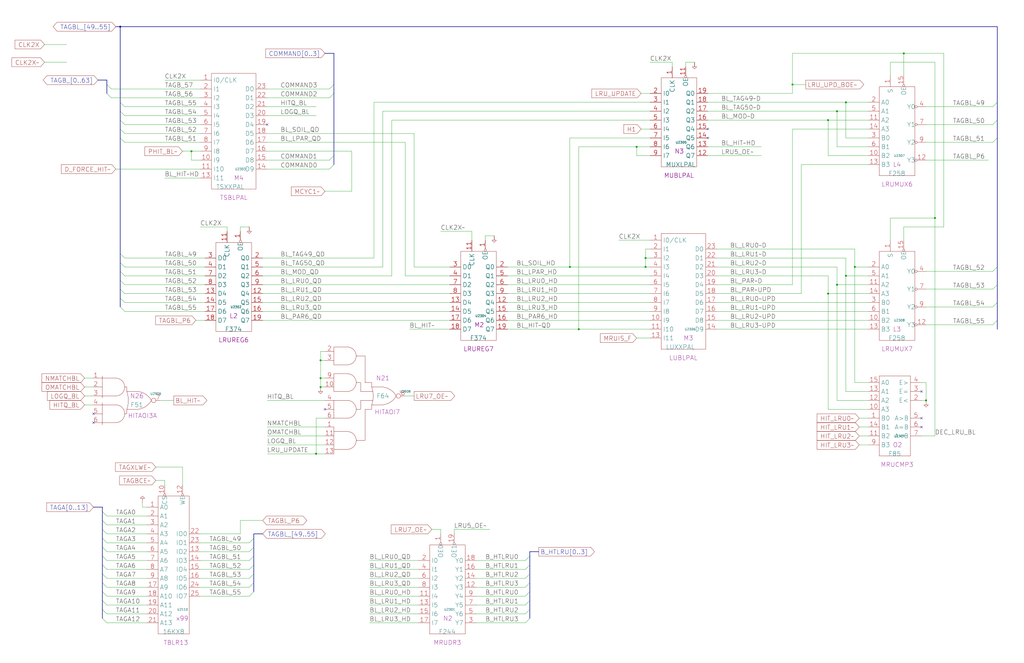
<source format=kicad_sch>
(kicad_sch (version 20230121) (generator eeschema)
  (paper "User" 584.2 378.46)
  (title_block (title "LRU LOGIC\\nPLANE B_LATE") (date "08-MAR-90") (rev "0.0") (comment 1 "MEM32 BOARD") (comment 2 "232-003066") (comment 3 "S400") (comment 4 "RELEASED"))
  (junction (at 330.2 187.96))
  (junction (at 368.3 147.32))
  (junction (at 533.4 124.46))
  (junction (at 325.12 152.4))
  (junction (at 182.88 205.74))
  (junction (at 477.52 162.56))
  (junction (at 180.34 259.08))
  (junction (at 472.44 68.58))
  (junction (at 477.52 63.5))
  (junction (at 68.58 15.24))
  (junction (at 482.6 58.42))
  (junction (at 368.3 152.4))
  (junction (at 472.44 167.64))
  (junction (at 487.68 152.4))
  (junction (at 182.88 220.98))
  (junction (at 182.88 215.9))
  (junction (at 363.22 83.82))
  (junction (at 515.62 30.48))
  (junction (at 109.22 86.36))
  (junction (at 482.6 157.48))
  (junction (at 452.12 48.26))
  (junction (at 528.32 228.6))
  (no_connect (at 152.4 71.12))
  (no_connect (at 403.86 73.66))
  (no_connect (at 403.86 78.74))
  (no_connect (at 53.34 236.22))
  (no_connect (at 525.78 223.52))
  (no_connect (at 53.34 241.3))
  (no_connect (at 525.78 243.84))
  (no_connect (at 525.78 238.76))
  (no_connect (at 185.42 233.68))
  (bus_entry (at 68.58 63.5) (size 2.54 2.54))
  (bus_entry (at 144.78 307.34) (size -2.54 2.54))
  (bus_entry (at 58.42 292.1) (size 2.54 2.54))
  (bus_entry (at 568.96 162.56) (size -2.54 2.54))
  (bus_entry (at 58.42 317.5) (size 2.54 2.54))
  (bus_entry (at 302.26 347.98) (size -2.54 2.54))
  (bus_entry (at 58.42 297.18) (size 2.54 2.54))
  (bus_entry (at 144.78 322.58) (size -2.54 2.54))
  (bus_entry (at 302.26 332.74) (size -2.54 2.54))
  (bus_entry (at 58.42 342.9) (size 2.54 2.54))
  (bus_entry (at 190.5 53.34) (size -2.54 2.54))
  (bus_entry (at 58.42 353.06) (size 2.54 2.54))
  (bus_entry (at 302.26 337.82) (size -2.54 2.54))
  (bus_entry (at 302.26 317.5) (size -2.54 2.54))
  (bus_entry (at 302.26 342.9) (size -2.54 2.54))
  (bus_entry (at 58.42 322.58) (size 2.54 2.54))
  (bus_entry (at 568.96 58.42) (size -2.54 2.54))
  (bus_entry (at 68.58 149.86) (size 2.54 2.54))
  (bus_entry (at 302.26 353.06) (size -2.54 2.54))
  (bus_entry (at 58.42 332.74) (size 2.54 2.54))
  (bus_entry (at 144.78 327.66) (size -2.54 2.54))
  (bus_entry (at 144.78 317.5) (size -2.54 2.54))
  (bus_entry (at 190.5 93.98) (size -2.54 2.54))
  (bus_entry (at 58.42 337.82) (size 2.54 2.54))
  (bus_entry (at 302.26 322.58) (size -2.54 2.54))
  (bus_entry (at 58.42 307.34) (size 2.54 2.54))
  (bus_entry (at 190.5 88.9) (size -2.54 2.54))
  (bus_entry (at 144.78 312.42) (size -2.54 2.54))
  (bus_entry (at 190.5 48.26) (size -2.54 2.54))
  (bus_entry (at 58.42 347.98) (size 2.54 2.54))
  (bus_entry (at 68.58 165.1) (size 2.54 2.54))
  (bus_entry (at 568.96 68.58) (size -2.54 2.54))
  (bus_entry (at 68.58 170.18) (size 2.54 2.54))
  (bus_entry (at 68.58 58.42) (size 2.54 2.54))
  (bus_entry (at 568.96 152.4) (size -2.54 2.54))
  (bus_entry (at 60.96 48.26) (size 2.54 2.54))
  (bus_entry (at 60.96 53.34) (size 2.54 2.54))
  (bus_entry (at 144.78 337.82) (size -2.54 2.54))
  (bus_entry (at 144.78 332.74) (size -2.54 2.54))
  (bus_entry (at 68.58 78.74) (size 2.54 2.54))
  (bus_entry (at 302.26 327.66) (size -2.54 2.54))
  (bus_entry (at 568.96 78.74) (size -2.54 2.54))
  (bus_entry (at 568.96 172.72) (size -2.54 2.54))
  (bus_entry (at 58.42 312.42) (size 2.54 2.54))
  (bus_entry (at 68.58 68.58) (size 2.54 2.54))
  (bus_entry (at 58.42 302.26) (size 2.54 2.54))
  (bus_entry (at 68.58 154.94) (size 2.54 2.54))
  (bus_entry (at 568.96 182.88) (size -2.54 2.54))
  (bus_entry (at 68.58 144.78) (size 2.54 2.54))
  (bus_entry (at 68.58 175.26) (size 2.54 2.54))
  (bus_entry (at 58.42 327.66) (size 2.54 2.54))
  (bus_entry (at 68.58 160.02) (size 2.54 2.54))
  (bus_entry (at 68.58 73.66) (size 2.54 2.54))
  (bus (pts (xy 60.96 48.26) (xy 60.96 45.72)))
  (wire (pts (xy 223.52 157.48) (xy 149.86 157.48)))
  (wire (pts (xy 368.3 147.32) (xy 368.3 152.4)))
  (wire (pts (xy 210.82 325.12) (xy 238.76 325.12)))
  (wire (pts (xy 403.86 63.5) (xy 477.52 63.5)))
  (wire (pts (xy 142.24 129.54) (xy 137.16 129.54)))
  (wire (pts (xy 185.42 109.22) (xy 200.66 109.22)))
  (wire (pts (xy 452.12 48.26) (xy 452.12 53.34)))
  (wire (pts (xy 109.22 91.44) (xy 109.22 86.36)))
  (bus (pts (xy 60.96 45.72) (xy 55.88 45.72)))
  (wire (pts (xy 149.86 152.4) (xy 218.44 152.4)))
  (wire (pts (xy 60.96 340.36) (xy 83.82 340.36)))
  (wire (pts (xy 477.52 228.6) (xy 495.3 228.6)))
  (wire (pts (xy 528.32 218.44) (xy 528.32 228.6)))
  (wire (pts (xy 325.12 152.4) (xy 325.12 78.74)))
  (wire (pts (xy 149.86 162.56) (xy 256.54 162.56)))
  (wire (pts (xy 330.2 187.96) (xy 370.84 187.96)))
  (wire (pts (xy 383.54 35.56) (xy 383.54 38.1)))
  (bus (pts (xy 68.58 170.18) (xy 68.58 175.26)))
  (wire (pts (xy 515.62 30.48) (xy 515.62 43.18)))
  (wire (pts (xy 88.9 266.7) (xy 104.14 266.7)))
  (wire (pts (xy 271.78 355.6) (xy 299.72 355.6)))
  (bus (pts (xy 58.42 289.56) (xy 58.42 292.1)))
  (wire (pts (xy 129.54 132.08) (xy 129.54 129.54)))
  (wire (pts (xy 48.26 226.06) (xy 53.34 226.06)))
  (wire (pts (xy 528.32 81.28) (xy 566.42 81.28)))
  (wire (pts (xy 408.94 167.64) (xy 457.2 167.64)))
  (wire (pts (xy 508 124.46) (xy 508 137.16)))
  (wire (pts (xy 218.44 63.5) (xy 370.84 63.5)))
  (wire (pts (xy 289.56 177.8) (xy 370.84 177.8)))
  (wire (pts (xy 472.44 233.68) (xy 472.44 167.64)))
  (wire (pts (xy 487.68 218.44) (xy 495.3 218.44)))
  (bus (pts (xy 185.42 30.48) (xy 190.5 30.48)))
  (wire (pts (xy 490.22 248.92) (xy 495.3 248.92)))
  (wire (pts (xy 508 35.56) (xy 508 43.18)))
  (wire (pts (xy 289.56 152.4) (xy 325.12 152.4)))
  (wire (pts (xy 408.94 142.24) (xy 487.68 142.24)))
  (wire (pts (xy 487.68 142.24) (xy 487.68 152.4)))
  (wire (pts (xy 114.3 325.12) (xy 142.24 325.12)))
  (bus (pts (xy 144.78 332.74) (xy 144.78 337.82)))
  (wire (pts (xy 210.82 335.28) (xy 238.76 335.28)))
  (bus (pts (xy 302.26 317.5) (xy 302.26 322.58)))
  (wire (pts (xy 472.44 68.58) (xy 495.3 68.58)))
  (wire (pts (xy 408.94 177.8) (xy 495.3 177.8)))
  (wire (pts (xy 365.76 73.66) (xy 370.84 73.66)))
  (wire (pts (xy 490.22 243.84) (xy 495.3 243.84)))
  (wire (pts (xy 200.66 109.22) (xy 200.66 86.36)))
  (wire (pts (xy 256.54 152.4) (xy 236.22 152.4)))
  (bus (pts (xy 68.58 63.5) (xy 68.58 68.58)))
  (wire (pts (xy 60.96 345.44) (xy 83.82 345.44)))
  (wire (pts (xy 477.52 83.82) (xy 495.3 83.82)))
  (wire (pts (xy 482.6 223.52) (xy 482.6 157.48)))
  (wire (pts (xy 515.62 30.48) (xy 452.12 30.48)))
  (wire (pts (xy 152.4 55.88) (xy 187.96 55.88)))
  (wire (pts (xy 152.4 66.04) (xy 180.34 66.04)))
  (wire (pts (xy 271.78 345.44) (xy 299.72 345.44)))
  (wire (pts (xy 533.4 248.92) (xy 533.4 124.46)))
  (wire (pts (xy 48.26 231.14) (xy 53.34 231.14)))
  (wire (pts (xy 114.3 91.44) (xy 109.22 91.44)))
  (wire (pts (xy 408.94 182.88) (xy 495.3 182.88)))
  (wire (pts (xy 259.08 302.26) (xy 259.08 304.8)))
  (wire (pts (xy 370.84 58.42) (xy 213.36 58.42)))
  (wire (pts (xy 353.06 137.16) (xy 370.84 137.16)))
  (wire (pts (xy 482.6 58.42) (xy 495.3 58.42)))
  (bus (pts (xy 58.42 332.74) (xy 58.42 337.82)))
  (bus (pts (xy 568.96 162.56) (xy 568.96 172.72)))
  (bus (pts (xy 190.5 88.9) (xy 190.5 93.98)))
  (bus (pts (xy 58.42 317.5) (xy 58.42 312.42)))
  (bus (pts (xy 568.96 68.58) (xy 568.96 78.74)))
  (wire (pts (xy 452.12 73.66) (xy 495.3 73.66)))
  (wire (pts (xy 213.36 147.32) (xy 149.86 147.32)))
  (wire (pts (xy 477.52 63.5) (xy 495.3 63.5)))
  (wire (pts (xy 60.96 304.8) (xy 83.82 304.8)))
  (wire (pts (xy 66.04 96.52) (xy 114.3 96.52)))
  (wire (pts (xy 472.44 167.64) (xy 495.3 167.64)))
  (wire (pts (xy 363.22 193.04) (xy 370.84 193.04)))
  (wire (pts (xy 370.84 68.58) (xy 223.52 68.58)))
  (bus (pts (xy 190.5 48.26) (xy 190.5 53.34)))
  (wire (pts (xy 25.4 25.4) (xy 38.1 25.4)))
  (wire (pts (xy 271.78 350.52) (xy 299.72 350.52)))
  (wire (pts (xy 271.78 320.04) (xy 299.72 320.04)))
  (wire (pts (xy 210.82 320.04) (xy 238.76 320.04)))
  (wire (pts (xy 182.88 215.9) (xy 185.42 215.9)))
  (wire (pts (xy 180.34 259.08) (xy 180.34 238.76)))
  (bus (pts (xy 144.78 322.58) (xy 144.78 327.66)))
  (bus (pts (xy 302.26 314.96) (xy 302.26 317.5)))
  (wire (pts (xy 60.96 320.04) (xy 83.82 320.04)))
  (wire (pts (xy 63.5 55.88) (xy 114.3 55.88)))
  (wire (pts (xy 71.12 167.64) (xy 116.84 167.64)))
  (wire (pts (xy 109.22 86.36) (xy 114.3 86.36)))
  (bus (pts (xy 58.42 322.58) (xy 58.42 317.5)))
  (wire (pts (xy 88.9 274.32) (xy 93.98 274.32)))
  (wire (pts (xy 365.76 53.34) (xy 370.84 53.34)))
  (wire (pts (xy 200.66 86.36) (xy 152.4 86.36)))
  (wire (pts (xy 152.4 50.8) (xy 187.96 50.8)))
  (wire (pts (xy 71.12 172.72) (xy 116.84 172.72)))
  (wire (pts (xy 71.12 76.2) (xy 114.3 76.2)))
  (wire (pts (xy 218.44 152.4) (xy 218.44 63.5)))
  (bus (pts (xy 68.58 149.86) (xy 68.58 154.94)))
  (wire (pts (xy 236.22 76.2) (xy 152.4 76.2)))
  (wire (pts (xy 528.32 165.1) (xy 566.42 165.1)))
  (wire (pts (xy 60.96 350.52) (xy 83.82 350.52)))
  (wire (pts (xy 91.44 228.6) (xy 99.06 228.6)))
  (wire (pts (xy 271.78 335.28) (xy 299.72 335.28)))
  (wire (pts (xy 71.12 147.32) (xy 116.84 147.32)))
  (wire (pts (xy 246.38 302.26) (xy 251.46 302.26)))
  (wire (pts (xy 60.96 325.12) (xy 83.82 325.12)))
  (wire (pts (xy 71.12 162.56) (xy 116.84 162.56)))
  (wire (pts (xy 289.56 187.96) (xy 330.2 187.96)))
  (wire (pts (xy 251.46 132.08) (xy 269.24 132.08)))
  (wire (pts (xy 223.52 68.58) (xy 223.52 157.48)))
  (bus (pts (xy 58.42 347.98) (xy 58.42 342.9)))
  (bus (pts (xy 144.78 312.42) (xy 144.78 317.5)))
  (wire (pts (xy 152.4 259.08) (xy 180.34 259.08)))
  (wire (pts (xy 495.3 88.9) (xy 472.44 88.9)))
  (wire (pts (xy 289.56 172.72) (xy 370.84 172.72)))
  (wire (pts (xy 48.26 220.98) (xy 53.34 220.98)))
  (bus (pts (xy 68.58 78.74) (xy 68.58 144.78)))
  (wire (pts (xy 515.62 129.54) (xy 538.48 129.54)))
  (wire (pts (xy 289.56 167.64) (xy 370.84 167.64)))
  (wire (pts (xy 391.16 35.56) (xy 396.24 35.56)))
  (wire (pts (xy 477.52 152.4) (xy 477.52 162.56)))
  (wire (pts (xy 276.86 134.62) (xy 276.86 137.16)))
  (wire (pts (xy 111.76 182.88) (xy 116.84 182.88)))
  (wire (pts (xy 482.6 147.32) (xy 408.94 147.32)))
  (wire (pts (xy 477.52 162.56) (xy 477.52 228.6)))
  (wire (pts (xy 210.82 330.2) (xy 238.76 330.2)))
  (wire (pts (xy 368.3 142.24) (xy 368.3 147.32)))
  (bus (pts (xy 58.42 347.98) (xy 58.42 353.06)))
  (wire (pts (xy 231.14 226.06) (xy 236.22 226.06)))
  (wire (pts (xy 325.12 152.4) (xy 368.3 152.4)))
  (wire (pts (xy 370.84 142.24) (xy 368.3 142.24)))
  (bus (pts (xy 58.42 327.66) (xy 58.42 332.74)))
  (bus (pts (xy 58.42 327.66) (xy 58.42 322.58)))
  (bus (pts (xy 568.96 172.72) (xy 568.96 182.88)))
  (wire (pts (xy 210.82 340.36) (xy 238.76 340.36)))
  (bus (pts (xy 53.34 289.56) (xy 58.42 289.56)))
  (bus (pts (xy 60.96 53.34) (xy 60.96 48.26)))
  (bus (pts (xy 568.96 58.42) (xy 568.96 68.58)))
  (wire (pts (xy 152.4 96.52) (xy 187.96 96.52)))
  (wire (pts (xy 81.28 289.56) (xy 81.28 287.02)))
  (wire (pts (xy 525.78 248.92) (xy 533.4 248.92)))
  (wire (pts (xy 508 35.56) (xy 533.4 35.56)))
  (wire (pts (xy 528.32 185.42) (xy 566.42 185.42)))
  (wire (pts (xy 403.86 68.58) (xy 472.44 68.58)))
  (wire (pts (xy 71.12 157.48) (xy 116.84 157.48)))
  (wire (pts (xy 528.32 175.26) (xy 566.42 175.26)))
  (wire (pts (xy 129.54 129.54) (xy 114.3 129.54)))
  (wire (pts (xy 525.78 218.44) (xy 528.32 218.44)))
  (wire (pts (xy 363.22 88.9) (xy 363.22 83.82)))
  (bus (pts (xy 302.26 337.82) (xy 302.26 342.9)))
  (wire (pts (xy 71.12 66.04) (xy 114.3 66.04)))
  (wire (pts (xy 93.98 45.72) (xy 114.3 45.72)))
  (wire (pts (xy 60.96 335.28) (xy 83.82 335.28)))
  (wire (pts (xy 152.4 254) (xy 185.42 254)))
  (wire (pts (xy 408.94 152.4) (xy 477.52 152.4)))
  (bus (pts (xy 568.96 15.24) (xy 568.96 58.42)))
  (wire (pts (xy 495.3 78.74) (xy 482.6 78.74)))
  (wire (pts (xy 137.16 129.54) (xy 137.16 132.08)))
  (wire (pts (xy 71.12 177.8) (xy 116.84 177.8)))
  (wire (pts (xy 495.3 233.68) (xy 472.44 233.68)))
  (bus (pts (xy 58.42 312.42) (xy 58.42 307.34)))
  (wire (pts (xy 210.82 345.44) (xy 238.76 345.44)))
  (wire (pts (xy 528.32 60.96) (xy 566.42 60.96)))
  (wire (pts (xy 104.14 86.36) (xy 109.22 86.36)))
  (wire (pts (xy 251.46 302.26) (xy 251.46 304.8)))
  (wire (pts (xy 408.94 187.96) (xy 495.3 187.96)))
  (bus (pts (xy 58.42 337.82) (xy 58.42 342.9)))
  (wire (pts (xy 149.86 182.88) (xy 256.54 182.88)))
  (wire (pts (xy 137.16 297.18) (xy 137.16 304.8)))
  (wire (pts (xy 231.14 81.28) (xy 152.4 81.28)))
  (wire (pts (xy 83.82 289.56) (xy 81.28 289.56)))
  (wire (pts (xy 114.3 304.8) (xy 137.16 304.8)))
  (wire (pts (xy 152.4 248.92) (xy 185.42 248.92)))
  (wire (pts (xy 60.96 309.88) (xy 83.82 309.88)))
  (wire (pts (xy 528.32 91.44) (xy 563.88 91.44)))
  (bus (pts (xy 68.58 154.94) (xy 68.58 160.02)))
  (wire (pts (xy 236.22 152.4) (xy 236.22 76.2)))
  (wire (pts (xy 114.3 309.88) (xy 142.24 309.88)))
  (bus (pts (xy 190.5 30.48) (xy 190.5 48.26)))
  (wire (pts (xy 25.4 35.56) (xy 38.1 35.56)))
  (wire (pts (xy 482.6 78.74) (xy 482.6 58.42)))
  (wire (pts (xy 182.88 220.98) (xy 185.42 220.98)))
  (wire (pts (xy 330.2 187.96) (xy 330.2 83.82)))
  (wire (pts (xy 93.98 101.6) (xy 114.3 101.6)))
  (wire (pts (xy 452.12 162.56) (xy 452.12 73.66)))
  (bus (pts (xy 302.26 347.98) (xy 302.26 353.06)))
  (wire (pts (xy 271.78 340.36) (xy 299.72 340.36)))
  (wire (pts (xy 71.12 71.12) (xy 114.3 71.12)))
  (wire (pts (xy 533.4 124.46) (xy 508 124.46)))
  (bus (pts (xy 68.58 73.66) (xy 68.58 78.74)))
  (wire (pts (xy 528.32 154.94) (xy 566.42 154.94)))
  (wire (pts (xy 538.48 30.48) (xy 515.62 30.48)))
  (wire (pts (xy 370.84 88.9) (xy 363.22 88.9)))
  (bus (pts (xy 66.04 15.24) (xy 68.58 15.24)))
  (wire (pts (xy 259.08 302.26) (xy 279.4 302.26)))
  (wire (pts (xy 182.88 215.9) (xy 182.88 220.98)))
  (bus (pts (xy 68.58 15.24) (xy 568.96 15.24)))
  (bus (pts (xy 68.58 15.24) (xy 68.58 58.42)))
  (wire (pts (xy 180.34 238.76) (xy 185.42 238.76)))
  (wire (pts (xy 149.86 167.64) (xy 256.54 167.64)))
  (wire (pts (xy 533.4 35.56) (xy 533.4 124.46)))
  (wire (pts (xy 289.56 162.56) (xy 370.84 162.56)))
  (bus (pts (xy 144.78 327.66) (xy 144.78 332.74)))
  (wire (pts (xy 149.86 177.8) (xy 256.54 177.8)))
  (wire (pts (xy 271.78 330.2) (xy 299.72 330.2)))
  (wire (pts (xy 71.12 81.28) (xy 114.3 81.28)))
  (wire (pts (xy 487.68 152.4) (xy 495.3 152.4)))
  (wire (pts (xy 289.56 182.88) (xy 370.84 182.88)))
  (wire (pts (xy 477.52 63.5) (xy 477.52 83.82)))
  (wire (pts (xy 515.62 137.16) (xy 515.62 129.54)))
  (bus (pts (xy 568.96 78.74) (xy 568.96 152.4)))
  (wire (pts (xy 538.48 129.54) (xy 538.48 30.48)))
  (bus (pts (xy 68.58 160.02) (xy 68.58 165.1)))
  (wire (pts (xy 93.98 274.32) (xy 93.98 276.86)))
  (wire (pts (xy 256.54 157.48) (xy 231.14 157.48)))
  (bus (pts (xy 58.42 307.34) (xy 58.42 302.26)))
  (wire (pts (xy 482.6 157.48) (xy 482.6 147.32)))
  (bus (pts (xy 568.96 182.88) (xy 568.96 187.96)))
  (bus (pts (xy 144.78 307.34) (xy 144.78 312.42)))
  (wire (pts (xy 391.16 35.56) (xy 391.16 38.1)))
  (wire (pts (xy 325.12 78.74) (xy 370.84 78.74)))
  (wire (pts (xy 104.14 266.7) (xy 104.14 276.86)))
  (wire (pts (xy 477.52 162.56) (xy 495.3 162.56)))
  (wire (pts (xy 487.68 152.4) (xy 487.68 218.44)))
  (wire (pts (xy 452.12 30.48) (xy 452.12 48.26)))
  (wire (pts (xy 60.96 355.6) (xy 83.82 355.6)))
  (wire (pts (xy 408.94 172.72) (xy 495.3 172.72)))
  (wire (pts (xy 114.3 330.2) (xy 142.24 330.2)))
  (wire (pts (xy 48.26 215.9) (xy 53.34 215.9)))
  (wire (pts (xy 60.96 314.96) (xy 83.82 314.96)))
  (bus (pts (xy 68.58 68.58) (xy 68.58 73.66)))
  (wire (pts (xy 403.86 53.34) (xy 452.12 53.34)))
  (wire (pts (xy 403.86 88.9) (xy 434.34 88.9)))
  (wire (pts (xy 60.96 330.2) (xy 83.82 330.2)))
  (wire (pts (xy 180.34 259.08) (xy 185.42 259.08)))
  (bus (pts (xy 302.26 332.74) (xy 302.26 337.82)))
  (wire (pts (xy 525.78 228.6) (xy 528.32 228.6)))
  (wire (pts (xy 408.94 162.56) (xy 452.12 162.56)))
  (wire (pts (xy 452.12 48.26) (xy 459.74 48.26)))
  (wire (pts (xy 210.82 350.52) (xy 238.76 350.52)))
  (wire (pts (xy 528.32 71.12) (xy 566.42 71.12)))
  (wire (pts (xy 185.42 200.66) (xy 182.88 200.66)))
  (wire (pts (xy 210.82 355.6) (xy 238.76 355.6)))
  (wire (pts (xy 368.3 152.4) (xy 370.84 152.4)))
  (wire (pts (xy 281.94 134.62) (xy 276.86 134.62)))
  (wire (pts (xy 482.6 157.48) (xy 495.3 157.48)))
  (bus (pts (xy 68.58 165.1) (xy 68.58 170.18)))
  (wire (pts (xy 114.3 320.04) (xy 142.24 320.04)))
  (wire (pts (xy 490.22 254) (xy 495.3 254)))
  (wire (pts (xy 457.2 93.98) (xy 495.3 93.98)))
  (wire (pts (xy 457.2 167.64) (xy 457.2 93.98)))
  (wire (pts (xy 403.86 58.42) (xy 482.6 58.42)))
  (wire (pts (xy 114.3 335.28) (xy 142.24 335.28)))
  (wire (pts (xy 60.96 294.64) (xy 83.82 294.64)))
  (wire (pts (xy 368.3 147.32) (xy 370.84 147.32)))
  (bus (pts (xy 144.78 304.8) (xy 144.78 307.34)))
  (bus (pts (xy 144.78 317.5) (xy 144.78 322.58)))
  (wire (pts (xy 182.88 205.74) (xy 185.42 205.74)))
  (wire (pts (xy 71.12 152.4) (xy 116.84 152.4)))
  (wire (pts (xy 152.4 60.96) (xy 180.34 60.96)))
  (wire (pts (xy 289.56 157.48) (xy 370.84 157.48)))
  (wire (pts (xy 114.3 340.36) (xy 142.24 340.36)))
  (wire (pts (xy 60.96 299.72) (xy 83.82 299.72)))
  (bus (pts (xy 568.96 152.4) (xy 568.96 162.56)))
  (bus (pts (xy 302.26 327.66) (xy 302.26 332.74)))
  (wire (pts (xy 149.86 297.18) (xy 137.16 297.18)))
  (bus (pts (xy 58.42 292.1) (xy 58.42 297.18)))
  (bus (pts (xy 149.86 304.8) (xy 144.78 304.8)))
  (wire (pts (xy 213.36 58.42) (xy 213.36 147.32)))
  (wire (pts (xy 152.4 228.6) (xy 185.42 228.6)))
  (wire (pts (xy 363.22 83.82) (xy 370.84 83.82)))
  (bus (pts (xy 302.26 314.96) (xy 307.34 314.96)))
  (wire (pts (xy 472.44 167.64) (xy 472.44 157.48)))
  (wire (pts (xy 472.44 88.9) (xy 472.44 68.58)))
  (wire (pts (xy 271.78 325.12) (xy 299.72 325.12)))
  (bus (pts (xy 302.26 342.9) (xy 302.26 347.98)))
  (wire (pts (xy 330.2 83.82) (xy 363.22 83.82)))
  (wire (pts (xy 403.86 83.82) (xy 434.34 83.82)))
  (wire (pts (xy 114.3 314.96) (xy 142.24 314.96)))
  (bus (pts (xy 58.42 302.26) (xy 58.42 297.18)))
  (wire (pts (xy 182.88 205.74) (xy 182.88 215.9)))
  (wire (pts (xy 472.44 157.48) (xy 408.94 157.48)))
  (bus (pts (xy 190.5 53.34) (xy 190.5 88.9)))
  (wire (pts (xy 269.24 132.08) (xy 269.24 137.16)))
  (wire (pts (xy 231.14 157.48) (xy 231.14 81.28)))
  (wire (pts (xy 152.4 243.84) (xy 185.42 243.84)))
  (wire (pts (xy 495.3 223.52) (xy 482.6 223.52)))
  (wire (pts (xy 152.4 91.44) (xy 187.96 91.44)))
  (bus (pts (xy 68.58 58.42) (xy 68.58 63.5)))
  (bus (pts (xy 68.58 144.78) (xy 68.58 149.86)))
  (wire (pts (xy 63.5 50.8) (xy 114.3 50.8)))
  (wire (pts (xy 370.84 35.56) (xy 383.54 35.56)))
  (bus (pts (xy 302.26 322.58) (xy 302.26 327.66)))
  (wire (pts (xy 490.22 238.76) (xy 495.3 238.76)))
  (wire (pts (xy 71.12 60.96) (xy 114.3 60.96)))
  (wire (pts (xy 149.86 172.72) (xy 256.54 172.72)))
  (wire (pts (xy 182.88 200.66) (xy 182.88 205.74)))
  (wire (pts (xy 233.68 187.96) (xy 256.54 187.96)))
  (label "CLK2X~" (at 251.46 132.08 0) (effects (font (size 2.54 2.54))))
  (label "TAGA10" (at 66.04 345.44 0) (effects (font (size 2.54 2.54))))
  (label "DEC_LRU_BL" (at 533.4 248.92 0) (effects (font (size 2.54 2.54))))
  (label "TAGBL_50" (at 93.98 152.4 0) (effects (font (size 2.54 2.54))))
  (label "TAGBL_55" (at 119.38 340.36 0) (effects (font (size 2.54 2.54))))
  (label "B_HTLRU2" (at 276.86 330.2 0) (effects (font (size 2.54 2.54))))
  (label "LRU_UPDATE" (at 152.4 259.08 0) (effects (font (size 2.54 2.54))))
  (label "BL_LRU2_HD" (at 294.64 172.72 0) (effects (font (size 2.54 2.54))))
  (label "TAGA11" (at 66.04 350.52 0) (effects (font (size 2.54 2.54))))
  (label "TAGA2" (at 66.04 304.8 0) (effects (font (size 2.54 2.54))))
  (label "BL_HIT~HD" (at 93.98 101.6 0) (effects (font (size 2.54 2.54))))
  (label "BL_TAG49~D" (at 411.48 58.42 0) (effects (font (size 2.54 2.54))))
  (label "COMMAND3" (at 160.02 50.8 0) (effects (font (size 2.54 2.54))))
  (label "TAGBL_54" (at 93.98 66.04 0) (effects (font (size 2.54 2.54))))
  (label "BL_PAR~D" (at 416.56 162.56 0) (effects (font (size 2.54 2.54))))
  (label "TAGBL_53" (at 93.98 71.12 0) (effects (font (size 2.54 2.54))))
  (label "BL_TAG50~D" (at 411.48 63.5 0) (effects (font (size 2.54 2.54))))
  (label "LRU5_OE~" (at 259.08 302.26 0) (effects (font (size 2.54 2.54))))
  (label "BL_LRU1_QD" (at 160.02 167.64 0) (effects (font (size 2.54 2.54))))
  (label "TAGBL_50" (at 119.38 314.96 0) (effects (font (size 2.54 2.54))))
  (label "TAGBL_51" (at 93.98 157.48 0) (effects (font (size 2.54 2.54))))
  (label "BL_PAR~UPD" (at 416.56 167.64 0) (effects (font (size 2.54 2.54))))
  (label "TAGBL_53" (at 119.38 330.2 0) (effects (font (size 2.54 2.54))))
  (label "B_HTLRU1" (at 276.86 345.44 0) (effects (font (size 2.54 2.54))))
  (label "BL_LRU3_HD" (at 294.64 177.8 0) (effects (font (size 2.54 2.54))))
  (label "TAGA6" (at 66.04 325.12 0) (effects (font (size 2.54 2.54))))
  (label "TAGBL_52" (at 119.38 325.12 0) (effects (font (size 2.54 2.54))))
  (label "TAGA8" (at 66.04 335.28 0) (effects (font (size 2.54 2.54))))
  (label "BL_HIT~HD" (at 411.48 83.82 0) (effects (font (size 2.54 2.54))))
  (label "BL_SOIL_HD" (at 294.64 152.4 0) (effects (font (size 2.54 2.54))))
  (label "BL_TAG50_QD" (at 160.02 152.4 0) (effects (font (size 2.54 2.54))))
  (label "BL_LRU3_HD" (at 210.82 355.6 0) (effects (font (size 2.54 2.54))))
  (label "COMMAND0" (at 160.02 96.52 0) (effects (font (size 2.54 2.54))))
  (label "HITQ_BL" (at 152.4 228.6 0) (effects (font (size 2.54 2.54))))
  (label "BL_LRU0_HD" (at 294.64 162.56 0) (effects (font (size 2.54 2.54))))
  (label "BL_PAR6_QD" (at 160.02 182.88 0) (effects (font (size 2.54 2.54))))
  (label "LOGQ_BL" (at 160.02 66.04 0) (effects (font (size 2.54 2.54))))
  (label "BL_LRU2_QD" (at 210.82 330.2 0) (effects (font (size 2.54 2.54))))
  (label "TAGA1" (at 66.04 299.72 0) (effects (font (size 2.54 2.54))))
  (label "TAGA7" (at 66.04 330.2 0) (effects (font (size 2.54 2.54))))
  (label "BL_LRU1_HD" (at 294.64 167.64 0) (effects (font (size 2.54 2.54))))
  (label "BL_LRU2~UPD" (at 416.56 182.88 0) (effects (font (size 2.54 2.54))))
  (label "BL_LRU0_QD" (at 160.02 162.56 0) (effects (font (size 2.54 2.54))))
  (label "TAGBL_55" (at 543.56 185.42 0) (effects (font (size 2.54 2.54))))
  (label "BL_LRU1_HD" (at 210.82 345.44 0) (effects (font (size 2.54 2.54))))
  (label "TAGBL_52" (at 93.98 76.2 0) (effects (font (size 2.54 2.54))))
  (label "TAGBL_49" (at 119.38 309.88 0) (effects (font (size 2.54 2.54))))
  (label "B_HTLRU0" (at 276.86 320.04 0) (effects (font (size 2.54 2.54))))
  (label "BL_MOD~D" (at 411.48 68.58 0) (effects (font (size 2.54 2.54))))
  (label "BL_LRU0_HD" (at 210.82 340.36 0) (effects (font (size 2.54 2.54))))
  (label "TAGBL_54" (at 119.38 335.28 0) (effects (font (size 2.54 2.54))))
  (label "BL_LRU0_QD" (at 210.82 320.04 0) (effects (font (size 2.54 2.54))))
  (label "NMATCHBL" (at 152.4 243.84 0) (effects (font (size 2.54 2.54))))
  (label "TAGBL_P6" (at 543.56 91.44 0) (effects (font (size 2.54 2.54))))
  (label "TAGA3" (at 66.04 309.88 0) (effects (font (size 2.54 2.54))))
  (label "BL_LPAR_QD" (at 160.02 81.28 0) (effects (font (size 2.54 2.54))))
  (label "BL_LRU3~D" (at 416.56 157.48 0) (effects (font (size 2.54 2.54))))
  (label "TAGBL_55" (at 93.98 60.96 0) (effects (font (size 2.54 2.54))))
  (label "CLK2X" (at 353.06 137.16 0) (effects (font (size 2.54 2.54))))
  (label "TAGBL_52" (at 93.98 162.56 0) (effects (font (size 2.54 2.54))))
  (label "BL_LRU2_HD" (at 210.82 350.52 0) (effects (font (size 2.54 2.54))))
  (label "TAGA0" (at 66.04 294.64 0) (effects (font (size 2.54 2.54))))
  (label "B_HTLRU2" (at 276.86 350.52 0) (effects (font (size 2.54 2.54))))
  (label "TAGBL_51" (at 543.56 81.28 0) (effects (font (size 2.54 2.54))))
  (label "LRU5_OE~" (at 411.48 88.9 0) (effects (font (size 2.54 2.54))))
  (label "OMATCHBL" (at 152.4 248.92 0) (effects (font (size 2.54 2.54))))
  (label "TAGBL_53" (at 543.56 165.1 0) (effects (font (size 2.54 2.54))))
  (label "TAGA9" (at 66.04 340.36 0) (effects (font (size 2.54 2.54))))
  (label "BL_LRU1_QD" (at 210.82 325.12 0) (effects (font (size 2.54 2.54))))
  (label "BL_LRU2_QD" (at 160.02 172.72 0) (effects (font (size 2.54 2.54))))
  (label "TAGBL_51" (at 119.38 320.04 0) (effects (font (size 2.54 2.54))))
  (label "COMMAND1" (at 160.02 91.44 0) (effects (font (size 2.54 2.54))))
  (label "TAGBL_54" (at 93.98 172.72 0) (effects (font (size 2.54 2.54))))
  (label "BL_SOIL_QD" (at 160.02 76.2 0) (effects (font (size 2.54 2.54))))
  (label "TAGBL_49" (at 543.56 60.96 0) (effects (font (size 2.54 2.54))))
  (label "BL_LPAR_HD" (at 294.64 157.48 0) (effects (font (size 2.54 2.54))))
  (label "TAGA5" (at 66.04 320.04 0) (effects (font (size 2.54 2.54))))
  (label "BL_PAR6_HD" (at 294.64 182.88 0) (effects (font (size 2.54 2.54))))
  (label "COMMAND2" (at 160.02 55.88 0) (effects (font (size 2.54 2.54))))
  (label "B_HTLRU0" (at 276.86 340.36 0) (effects (font (size 2.54 2.54))))
  (label "B_HTLRU3" (at 276.86 335.28 0) (effects (font (size 2.54 2.54))))
  (label "CLK2X" (at 370.84 35.56 0) (effects (font (size 2.54 2.54))))
  (label "TAGA4" (at 66.04 314.96 0) (effects (font (size 2.54 2.54))))
  (label "TAGBL_50" (at 543.56 71.12 0) (effects (font (size 2.54 2.54))))
  (label "BL_LRU3~UPD" (at 416.56 187.96 0) (effects (font (size 2.54 2.54))))
  (label "BL_HIT~QD" (at 294.64 187.96 0) (effects (font (size 2.54 2.54))))
  (label "BL_LRU1~D" (at 416.56 147.32 0) (effects (font (size 2.54 2.54))))
  (label "HITQ_BL" (at 160.02 60.96 0) (effects (font (size 2.54 2.54))))
  (label "TAGBL_53" (at 93.98 167.64 0) (effects (font (size 2.54 2.54))))
  (label "TAGBL_54" (at 543.56 175.26 0) (effects (font (size 2.54 2.54))))
  (label "TAGBL_49" (at 93.98 147.32 0) (effects (font (size 2.54 2.54))))
  (label "BL_TAG49_QD" (at 160.02 147.32 0) (effects (font (size 2.54 2.54))))
  (label "BL_LRU0~UPD" (at 416.56 172.72 0) (effects (font (size 2.54 2.54))))
  (label "B_HTLRU3" (at 276.86 355.6 0) (effects (font (size 2.54 2.54))))
  (label "TAGB_56" (at 93.98 55.88 0) (effects (font (size 2.54 2.54))))
  (label "BL_LRU2~D" (at 416.56 152.4 0) (effects (font (size 2.54 2.54))))
  (label "CLK2X" (at 93.98 45.72 0) (effects (font (size 2.54 2.54))))
  (label "LOGQ_BL" (at 152.4 254 0) (effects (font (size 2.54 2.54))))
  (label "B_HTLRU1" (at 276.86 325.12 0) (effects (font (size 2.54 2.54))))
  (label "TAGB_57" (at 93.98 50.8 0) (effects (font (size 2.54 2.54))))
  (label "BL_LRU3_QD" (at 210.82 335.28 0) (effects (font (size 2.54 2.54))))
  (label "CLK2X" (at 114.3 129.54 0) (effects (font (size 2.54 2.54))))
  (label "BL_HIT~" (at 233.68 187.96 0) (effects (font (size 2.54 2.54))))
  (label "TAGBL_52" (at 543.56 154.94 0) (effects (font (size 2.54 2.54))))
  (label "BL_LRU3_QD" (at 160.02 177.8 0) (effects (font (size 2.54 2.54))))
  (label "TAGBL_55" (at 93.98 177.8 0) (effects (font (size 2.54 2.54))))
  (label "BL_LRU1~UPD" (at 416.56 177.8 0) (effects (font (size 2.54 2.54))))
  (label "BL_MOD_QD" (at 160.02 157.48 0) (effects (font (size 2.54 2.54))))
  (label "BL_LRU0~D" (at 416.56 142.24 0) (effects (font (size 2.54 2.54))))
  (label "TAGA12" (at 66.04 355.6 0) (effects (font (size 2.54 2.54))))
  (label "TAGBL_51" (at 93.98 81.28 0) (effects (font (size 2.54 2.54))))
  (global_label "LRU7_OE~" (shape output) (at 236.22 226.06 0) (effects (font (size 2.54 2.54))) (property "Intersheetrefs" "${INTERSHEET_REFS}" (at 259.4308 225.9013 0) (effects (font (size 1.905 1.905)) (justify left))))
  (global_label "TAGXLWE~" (shape input) (at 88.9 266.7 180) (effects (font (size 2.54 2.54))) (property "Intersheetrefs" "${INTERSHEET_REFS}" (at 65.9311 266.5413 0) (effects (font (size 1.905 1.905)) (justify right))))
  (global_label "COMMAND[0..3]" (shape input) (at 185.42 30.48 180) (effects (font (size 2.54 2.54))) (property "Intersheetrefs" "${INTERSHEET_REFS}" (at 151.5654 30.3213 0) (effects (font (size 1.905 1.905)) (justify right))))
  (global_label "D_FORCE_HIT~" (shape input) (at 66.04 96.52 180) (effects (font (size 2.54 2.54))) (property "Intersheetrefs" "${INTERSHEET_REFS}" (at 34.9673 96.3613 0) (effects (font (size 1.905 1.905)) (justify right))))
  (global_label "HIT_LRU2~" (shape input) (at 490.22 248.92 180) (effects (font (size 2.54 2.54))) (property "Intersheetrefs" "${INTERSHEET_REFS}" (at 466.1626 248.7613 0) (effects (font (size 1.905 1.905)) (justify right))))
  (global_label "TAGBCE~" (shape input) (at 88.9 274.32 180) (effects (font (size 2.54 2.54))) (property "Intersheetrefs" "${INTERSHEET_REFS}" (at 66.173 274.1613 0) (effects (font (size 1.905 1.905)) (justify right))))
  (global_label "LRU_UPD_BOE~" (shape output) (at 459.74 48.26 0) (effects (font (size 2.54 2.54))) (property "Intersheetrefs" "${INTERSHEET_REFS}" (at 492.7479 48.1013 0) (effects (font (size 1.905 1.905)) (justify left))))
  (global_label "TAGBL_P6" (shape input) (at 111.76 182.88 180) (effects (font (size 2.54 2.54))) (property "Intersheetrefs" "${INTERSHEET_REFS}" (at 88.7911 182.7213 0) (effects (font (size 1.905 1.905)) (justify right))))
  (global_label "TAGA[0..13]" (shape input) (at 53.34 289.56 180) (effects (font (size 2.54 2.54))) (property "Intersheetrefs" "${INTERSHEET_REFS}" (at 25.9551 289.56 0) (effects (font (size 1.905 1.905)) (justify right))))
  (global_label "HIT_LRU0~" (shape input) (at 490.22 238.76 180) (effects (font (size 2.54 2.54))) (property "Intersheetrefs" "${INTERSHEET_REFS}" (at 466.1626 238.6013 0) (effects (font (size 1.905 1.905)) (justify right))))
  (global_label "CLK2X~" (shape input) (at 25.4 35.56 180) (effects (font (size 2.54 2.54))) (property "Intersheetrefs" "${INTERSHEET_REFS}" (at 1.8264 35.4013 0) (effects (font (size 1.905 1.905)) (justify right))))
  (global_label "LOGQ_BL" (shape input) (at 48.26 226.06 180) (effects (font (size 2.54 2.54))) (property "Intersheetrefs" "${INTERSHEET_REFS}" (at 26.9845 225.9013 0) (effects (font (size 1.905 1.905)) (justify right))))
  (global_label "LRU7_OE~" (shape input) (at 246.38 302.26 180) (effects (font (size 2.54 2.54))) (property "Intersheetrefs" "${INTERSHEET_REFS}" (at 223.1692 302.1013 0) (effects (font (size 1.905 1.905)) (justify right))))
  (global_label "HIT_LRU3~" (shape input) (at 490.22 254 180) (effects (font (size 2.54 2.54))) (property "Intersheetrefs" "${INTERSHEET_REFS}" (at 466.1626 253.8413 0) (effects (font (size 1.905 1.905)) (justify right))))
  (global_label "NMATCHBL" (shape input) (at 48.26 215.9 180) (effects (font (size 2.54 2.54))) (property "Intersheetrefs" "${INTERSHEET_REFS}" (at 23.9607 215.7413 0) (effects (font (size 1.905 1.905)) (justify right))))
  (global_label "HIT_LRU1~" (shape input) (at 490.22 243.84 180) (effects (font (size 2.54 2.54))) (property "Intersheetrefs" "${INTERSHEET_REFS}" (at 466.1626 243.6813 0) (effects (font (size 1.905 1.905)) (justify right))))
  (global_label "OMATCHBL" (shape input) (at 48.26 220.98 180) (effects (font (size 2.54 2.54))) (property "Intersheetrefs" "${INTERSHEET_REFS}" (at 23.9607 220.8213 0) (effects (font (size 1.905 1.905)) (justify right))))
  (global_label "TAGB_[0..63]" (shape bidirectional) (at 55.88 45.72 180) (effects (font (size 2.54 2.54))) (property "Intersheetrefs" "${INTERSHEET_REFS}" (at 27.2264 45.5613 0) (effects (font (size 1.905 1.905)) (justify right))))
  (global_label "TAGBL_[49..55]" (shape bidirectional) (at 149.86 304.8 0) (effects (font (size 2.54 2.54))) (property "Intersheetrefs" "${INTERSHEET_REFS}" (at 186.2407 304.8 0) (effects (font (size 1.905 1.905)) (justify left))))
  (global_label "H1" (shape input) (at 365.76 73.66 180) (effects (font (size 2.54 2.54))) (property "Intersheetrefs" "${INTERSHEET_REFS}" (at 355.854 73.5013 0) (effects (font (size 1.905 1.905)) (justify right))))
  (global_label "CLK2X" (shape input) (at 25.4 25.4 180) (effects (font (size 2.54 2.54))) (property "Intersheetrefs" "${INTERSHEET_REFS}" (at 1.7054 25.2413 0) (effects (font (size 1.905 1.905)) (justify right))))
  (global_label "PHIT_BL~" (shape input) (at 104.14 86.36 180) (effects (font (size 2.54 2.54))) (property "Intersheetrefs" "${INTERSHEET_REFS}" (at 82.6226 86.2013 0) (effects (font (size 1.905 1.905)) (justify right))))
  (global_label "TAGBL_P6" (shape bidirectional) (at 149.86 297.18 0) (effects (font (size 2.54 2.54))) (property "Intersheetrefs" "${INTERSHEET_REFS}" (at 172.8289 297.0213 0) (effects (font (size 1.905 1.905)) (justify left))))
  (global_label "BL_HIT~" (shape output) (at 99.06 228.6 0) (effects (font (size 2.54 2.54))) (property "Intersheetrefs" "${INTERSHEET_REFS}" (at 131.7219 228.6 0) (effects (justify left))))
  (global_label "TAGBL_[49..55]" (shape bidirectional) (at 66.04 15.24 180) (effects (font (size 2.54 2.54))) (property "Intersheetrefs" "${INTERSHEET_REFS}" (at 32.5483 15.0813 0) (effects (font (size 1.905 1.905)) (justify right))))
  (global_label "MRUIS_F" (shape input) (at 363.22 193.04 180) (effects (font (size 2.54 2.54))) (property "Intersheetrefs" "${INTERSHEET_REFS}" (at 342.5492 192.8813 0) (effects (font (size 1.905 1.905)) (justify right))))
  (global_label "MCYC1~" (shape input) (at 185.42 109.22 180) (effects (font (size 2.54 2.54))) (property "Intersheetrefs" "${INTERSHEET_REFS}" (at 166.2007 109.0613 0) (effects (font (size 1.905 1.905)) (justify right))))
  (global_label "HITQ_BL" (shape input) (at 48.26 231.14 180) (effects (font (size 2.54 2.54))) (property "Intersheetrefs" "${INTERSHEET_REFS}" (at 28.4359 230.9813 0) (effects (font (size 1.905 1.905)) (justify right))))
  (global_label "B_HTLRU[0..3]" (shape output) (at 307.34 314.96 0) (effects (font (size 2.54 2.54))) (property "Intersheetrefs" "${INTERSHEET_REFS}" (at 339.1384 314.8013 0) (effects (font (size 1.905 1.905)) (justify left))))
  (global_label "LRU_UPDATE" (shape input) (at 365.76 53.34 180) (effects (font (size 2.54 2.54))) (property "Intersheetrefs" "${INTERSHEET_REFS}" (at 337.5902 53.1813 0) (effects (font (size 1.905 1.905)) (justify right))))
  (symbol (lib_id "r1000:MUXLPAL") (at 386.08 86.36 0) (unit 1)
    (property "Reference" "U2305" (at 388.62 81.28 0))
    (property "Value" "MUXLPAL" (at 379.73 93.98 0) (effects (font (size 2.54 2.54)) (justify left)))
    (property "Location" "N3" (at 384.81 86.36 0) (effects (font (size 2.54 2.54)) (justify left)))
    (property "Name" "MUBLPAL" (at 387.35 101.6 0) (effects (font (size 2.54 2.54)) (justify bottom)))
  )
  (symbol (lib_id "r1000:F374") (at 271.78 185.42 0) (unit 1)
    (property "Reference" "U2304" (at 274.32 180.34 0))
    (property "Value" "F374" (at 267.97 193.04 0) (effects (font (size 2.54 2.54)) (justify left)))
    (property "Location" "M2" (at 270.51 185.42 0) (effects (font (size 2.54 2.54)) (justify left)))
    (property "Name" "LRUREG7" (at 273.05 200.66 0) (effects (font (size 2.54 2.54)) (justify bottom)))
  )
  (symbol (lib_id "r1000:TSXXPAL") (at 134.62 101.6 0) (unit 1)
    (property "Reference" "U2303" (at 137.16 96.52 0))
    (property "Value" "TSXXPAL" (at 123.19 106.68 0) (effects (font (size 2.54 2.54)) (justify left)))
    (property "Location" "M4" (at 133.35 101.6 0) (effects (font (size 2.54 2.54)) (justify left)))
    (property "Name" "TSBLPAL" (at 133.35 114.3 0) (effects (font (size 2.54 2.54)) (justify bottom)))
  )
  (symbol (lib_id "r1000:LUXXPAL") (at 391.16 193.04 0) (unit 1)
    (property "Reference" "U2306" (at 393.7 187.96 0))
    (property "Value" "LUXXPAL" (at 379.73 198.12 0) (effects (font (size 2.54 2.54)) (justify left)))
    (property "Location" "M3" (at 389.89 193.04 0) (effects (font (size 2.54 2.54)) (justify left)))
    (property "Name" "LUBLPAL" (at 389.89 205.74 0) (effects (font (size 2.54 2.54)) (justify bottom)))
  )
  (symbol (lib_id "r1000:PU") (at 81.28 287.02 0) (unit 1)
    (property "Reference" "#PWR02101" (effects hide))
    (property "Value" "PU" (effects hide))
  )
  (symbol (lib_id "r1000:F85") (at 510.54 254 0) (unit 1)
    (property "Reference" "U2309" (at 513.08 248.92 0))
    (property "Value" "F85" (at 506.73 259.08 0) (effects (font (size 2.54 2.54)) (justify left)))
    (property "Location" "O2" (at 509.27 254 0) (effects (font (size 2.54 2.54)) (justify left)))
    (property "Name" "MRUCMP3" (at 511.81 266.7 0) (effects (font (size 2.54 2.54)) (justify bottom)))
  )
  (symbol (lib_id "r1000:PD") (at 182.88 220.98 0) (unit 1) (in_bom no)
    (property "Reference" "#PWR0117" (effects hide))
    (property "Value" "PD" (effects hide))
    (instances (project "MEM32" (path "" (reference "#PWR0117") (unit 1)) (path "" (reference "#PWR02003") (unit 1))))
  )
  (symbol (lib_id "r1000:F258") (at 510.54 187.96 0) (unit 1)
    (property "Reference" "U2308" (at 513.08 182.88 0))
    (property "Value" "F258" (at 506.73 193.04 0) (effects (font (size 2.54 2.54)) (justify left)))
    (property "Location" "L3" (at 509.27 187.96 0) (effects (font (size 2.54 2.54)) (justify left)))
    (property "Name" "LRUMUX7" (at 511.81 200.66 0) (effects (font (size 2.54 2.54)) (justify bottom)))
  )
  (symbol (lib_id "r1000:PD") (at 142.24 129.54 0) (unit 1) (in_bom no)
    (property "Reference" "#PWR0170" (effects hide))
    (property "Value" "PD" (effects hide))
  )
  (symbol (lib_id "r1000:F258") (at 510.54 93.98 0) (unit 1)
    (property "Reference" "U2307" (at 513.08 88.9 0))
    (property "Value" "F258" (at 506.73 99.06 0) (effects (font (size 2.54 2.54)) (justify left)))
    (property "Location" "L4" (at 509.27 93.98 0) (effects (font (size 2.54 2.54)) (justify left)))
    (property "Name" "LRUMUX6" (at 511.81 106.68 0) (effects (font (size 2.54 2.54)) (justify bottom)))
  )
  (symbol (lib_id "r1000:16KX8") (at 101.6 353.06 0) (unit 1)
    (property "Reference" "U2110" (at 104.14 347.98 0))
    (property "Value" "16KX8" (at 92.71 360.68 0) (effects (font (size 2.54 2.54)) (justify left)))
    (property "Location" "x99" (at 100.33 353.06 0) (effects (font (size 2.54 2.54)) (justify left)))
    (property "Name" "TBLR13" (at 100.33 368.3 0) (effects (font (size 2.54 2.54)) (justify bottom)))
  )
  (symbol (lib_id "r1000:PD") (at 528.32 228.6 0) (unit 1) (in_bom no)
    (property "Reference" "#PWR0106" (effects hide))
    (property "Value" "PD" (effects hide))
  )
  (symbol (lib_id "r1000:PD") (at 281.94 134.62 0) (unit 1) (in_bom no)
    (property "Reference" "#PWR0169" (effects hide))
    (property "Value" "PD" (effects hide))
  )
  (symbol (lib_id "r1000:F51") (at 76.2 226.06 0) (unit 1)
    (property "Reference" "U2906" (at 88.9 224.79 0))
    (property "Value" "F51" (at 78.105 231.14 0) (effects (font (size 2.54 2.54))))
    (property "Location" "N26" (at 78.105 226.06 0) (effects (font (size 2.54 2.54))))
    (property "Name" "HITAOI3A" (at 81.28 238.76 0) (effects (font (size 2.54 2.54)) (justify bottom)))
    (instances (project "MEM32" (path "" (reference "U2906") (unit 1)) (path "" (reference "U2014") (unit 1))))
  )
  (symbol (lib_id "r1000:F374") (at 132.08 180.34 0) (unit 1)
    (property "Reference" "U2302" (at 134.62 175.26 0))
    (property "Value" "F374" (at 128.27 187.96 0) (effects (font (size 2.54 2.54)) (justify left)))
    (property "Location" "L2" (at 130.81 180.34 0) (effects (font (size 2.54 2.54)) (justify left)))
    (property "Name" "LRUREG6" (at 133.35 195.58 0) (effects (font (size 2.54 2.54)) (justify bottom)))
  )
  (symbol (lib_id "r1000:F64") (at 215.9 226.06 0) (unit 1)
    (property "Reference" "U2908" (at 231.14 223.52 0))
    (property "Value" "F64" (at 218.44 226.06 0) (effects (font (size 2.54 2.54))))
    (property "Location" "N21" (at 218.44 215.9 0) (effects (font (size 2.54 2.54))))
    (property "Name" "HITAOI7" (at 220.98 236.68 0) (effects (font (size 2.54 2.54)) (justify bottom)))
    (instances (project "MEM32" (path "" (reference "U2908") (unit 1)) (path "" (reference "U2013") (unit 1))))
  )
  (symbol (lib_id "r1000:PD") (at 396.24 35.56 0) (unit 1) (in_bom no)
    (property "Reference" "#PWR0105" (effects hide))
    (property "Value" "PD" (effects hide))
  )
  (symbol (lib_id "r1000:F244") (at 254 353.06 0) (unit 1)
    (property "Reference" "U2301" (at 256.54 347.98 0))
    (property "Value" "F244" (at 250.19 360.68 0) (effects (font (size 2.54 2.54)) (justify left)))
    (property "Location" "N2" (at 252.73 353.06 0) (effects (font (size 2.54 2.54)) (justify left)))
    (property "Name" "MRUDR3" (at 255.27 368.3 0) (effects (font (size 2.54 2.54)) (justify bottom)))
  )
)
</source>
